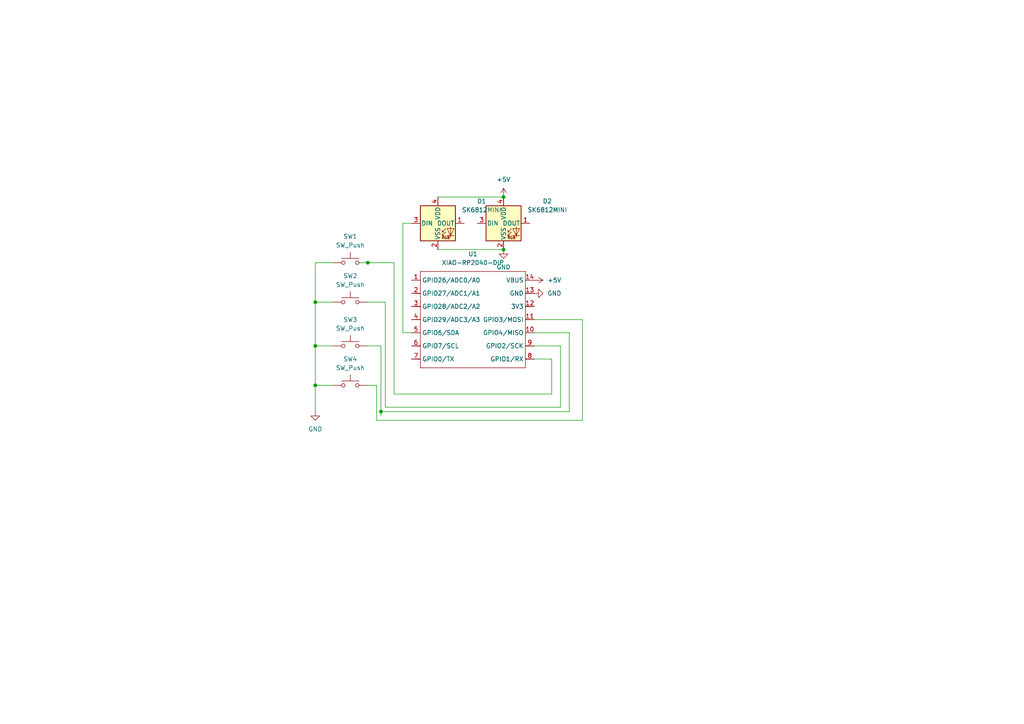
<source format=kicad_sch>
(kicad_sch
	(version 20250114)
	(generator "eeschema")
	(generator_version "9.0")
	(uuid "418f3575-e735-4ac3-ab61-7b1e4df43878")
	(paper "A4")
	(lib_symbols
		(symbol "LED:SK6812MINI"
			(pin_names
				(offset 0.254)
			)
			(exclude_from_sim no)
			(in_bom yes)
			(on_board yes)
			(property "Reference" "D"
				(at 5.08 5.715 0)
				(effects
					(font
						(size 1.27 1.27)
					)
					(justify right bottom)
				)
			)
			(property "Value" "SK6812MINI"
				(at 1.27 -5.715 0)
				(effects
					(font
						(size 1.27 1.27)
					)
					(justify left top)
				)
			)
			(property "Footprint" "LED_SMD:LED_SK6812MINI_PLCC4_3.5x3.5mm_P1.75mm"
				(at 1.27 -7.62 0)
				(effects
					(font
						(size 1.27 1.27)
					)
					(justify left top)
					(hide yes)
				)
			)
			(property "Datasheet" "https://cdn-shop.adafruit.com/product-files/2686/SK6812MINI_REV.01-1-2.pdf"
				(at 2.54 -9.525 0)
				(effects
					(font
						(size 1.27 1.27)
					)
					(justify left top)
					(hide yes)
				)
			)
			(property "Description" "RGB LED with integrated controller"
				(at 0 0 0)
				(effects
					(font
						(size 1.27 1.27)
					)
					(hide yes)
				)
			)
			(property "ki_keywords" "RGB LED NeoPixel Mini addressable"
				(at 0 0 0)
				(effects
					(font
						(size 1.27 1.27)
					)
					(hide yes)
				)
			)
			(property "ki_fp_filters" "LED*SK6812MINI*PLCC*3.5x3.5mm*P1.75mm*"
				(at 0 0 0)
				(effects
					(font
						(size 1.27 1.27)
					)
					(hide yes)
				)
			)
			(symbol "SK6812MINI_0_0"
				(text "RGB"
					(at 2.286 -4.191 0)
					(effects
						(font
							(size 0.762 0.762)
						)
					)
				)
			)
			(symbol "SK6812MINI_0_1"
				(polyline
					(pts
						(xy 1.27 -2.54) (xy 1.778 -2.54)
					)
					(stroke
						(width 0)
						(type default)
					)
					(fill
						(type none)
					)
				)
				(polyline
					(pts
						(xy 1.27 -3.556) (xy 1.778 -3.556)
					)
					(stroke
						(width 0)
						(type default)
					)
					(fill
						(type none)
					)
				)
				(polyline
					(pts
						(xy 2.286 -1.524) (xy 1.27 -2.54) (xy 1.27 -2.032)
					)
					(stroke
						(width 0)
						(type default)
					)
					(fill
						(type none)
					)
				)
				(polyline
					(pts
						(xy 2.286 -2.54) (xy 1.27 -3.556) (xy 1.27 -3.048)
					)
					(stroke
						(width 0)
						(type default)
					)
					(fill
						(type none)
					)
				)
				(polyline
					(pts
						(xy 3.683 -1.016) (xy 3.683 -3.556) (xy 3.683 -4.064)
					)
					(stroke
						(width 0)
						(type default)
					)
					(fill
						(type none)
					)
				)
				(polyline
					(pts
						(xy 4.699 -1.524) (xy 2.667 -1.524) (xy 3.683 -3.556) (xy 4.699 -1.524)
					)
					(stroke
						(width 0)
						(type default)
					)
					(fill
						(type none)
					)
				)
				(polyline
					(pts
						(xy 4.699 -3.556) (xy 2.667 -3.556)
					)
					(stroke
						(width 0)
						(type default)
					)
					(fill
						(type none)
					)
				)
				(rectangle
					(start 5.08 5.08)
					(end -5.08 -5.08)
					(stroke
						(width 0.254)
						(type default)
					)
					(fill
						(type background)
					)
				)
			)
			(symbol "SK6812MINI_1_1"
				(pin input line
					(at -7.62 0 0)
					(length 2.54)
					(name "DIN"
						(effects
							(font
								(size 1.27 1.27)
							)
						)
					)
					(number "3"
						(effects
							(font
								(size 1.27 1.27)
							)
						)
					)
				)
				(pin power_in line
					(at 0 7.62 270)
					(length 2.54)
					(name "VDD"
						(effects
							(font
								(size 1.27 1.27)
							)
						)
					)
					(number "4"
						(effects
							(font
								(size 1.27 1.27)
							)
						)
					)
				)
				(pin power_in line
					(at 0 -7.62 90)
					(length 2.54)
					(name "VSS"
						(effects
							(font
								(size 1.27 1.27)
							)
						)
					)
					(number "2"
						(effects
							(font
								(size 1.27 1.27)
							)
						)
					)
				)
				(pin output line
					(at 7.62 0 180)
					(length 2.54)
					(name "DOUT"
						(effects
							(font
								(size 1.27 1.27)
							)
						)
					)
					(number "1"
						(effects
							(font
								(size 1.27 1.27)
							)
						)
					)
				)
			)
			(embedded_fonts no)
		)
		(symbol "Seeed_Studio_XIAO_Series[1]:XIAO-RP2040-DIP"
			(exclude_from_sim no)
			(in_bom yes)
			(on_board yes)
			(property "Reference" "U"
				(at 0 0 0)
				(effects
					(font
						(size 1.27 1.27)
					)
				)
			)
			(property "Value" "XIAO-RP2040-DIP"
				(at 5.334 -1.778 0)
				(effects
					(font
						(size 1.27 1.27)
					)
				)
			)
			(property "Footprint" "Module:MOUDLE14P-XIAO-DIP-SMD"
				(at 14.478 -32.258 0)
				(effects
					(font
						(size 1.27 1.27)
					)
					(hide yes)
				)
			)
			(property "Datasheet" ""
				(at 0 0 0)
				(effects
					(font
						(size 1.27 1.27)
					)
					(hide yes)
				)
			)
			(property "Description" ""
				(at 0 0 0)
				(effects
					(font
						(size 1.27 1.27)
					)
					(hide yes)
				)
			)
			(symbol "XIAO-RP2040-DIP_1_0"
				(polyline
					(pts
						(xy -1.27 -2.54) (xy 29.21 -2.54)
					)
					(stroke
						(width 0.1524)
						(type solid)
					)
					(fill
						(type none)
					)
				)
				(polyline
					(pts
						(xy -1.27 -5.08) (xy -2.54 -5.08)
					)
					(stroke
						(width 0.1524)
						(type solid)
					)
					(fill
						(type none)
					)
				)
				(polyline
					(pts
						(xy -1.27 -5.08) (xy -1.27 -2.54)
					)
					(stroke
						(width 0.1524)
						(type solid)
					)
					(fill
						(type none)
					)
				)
				(polyline
					(pts
						(xy -1.27 -8.89) (xy -2.54 -8.89)
					)
					(stroke
						(width 0.1524)
						(type solid)
					)
					(fill
						(type none)
					)
				)
				(polyline
					(pts
						(xy -1.27 -8.89) (xy -1.27 -5.08)
					)
					(stroke
						(width 0.1524)
						(type solid)
					)
					(fill
						(type none)
					)
				)
				(polyline
					(pts
						(xy -1.27 -12.7) (xy -2.54 -12.7)
					)
					(stroke
						(width 0.1524)
						(type solid)
					)
					(fill
						(type none)
					)
				)
				(polyline
					(pts
						(xy -1.27 -12.7) (xy -1.27 -8.89)
					)
					(stroke
						(width 0.1524)
						(type solid)
					)
					(fill
						(type none)
					)
				)
				(polyline
					(pts
						(xy -1.27 -16.51) (xy -2.54 -16.51)
					)
					(stroke
						(width 0.1524)
						(type solid)
					)
					(fill
						(type none)
					)
				)
				(polyline
					(pts
						(xy -1.27 -16.51) (xy -1.27 -12.7)
					)
					(stroke
						(width 0.1524)
						(type solid)
					)
					(fill
						(type none)
					)
				)
				(polyline
					(pts
						(xy -1.27 -20.32) (xy -2.54 -20.32)
					)
					(stroke
						(width 0.1524)
						(type solid)
					)
					(fill
						(type none)
					)
				)
				(polyline
					(pts
						(xy -1.27 -24.13) (xy -2.54 -24.13)
					)
					(stroke
						(width 0.1524)
						(type solid)
					)
					(fill
						(type none)
					)
				)
				(polyline
					(pts
						(xy -1.27 -27.94) (xy -2.54 -27.94)
					)
					(stroke
						(width 0.1524)
						(type solid)
					)
					(fill
						(type none)
					)
				)
				(polyline
					(pts
						(xy -1.27 -30.48) (xy -1.27 -16.51)
					)
					(stroke
						(width 0.1524)
						(type solid)
					)
					(fill
						(type none)
					)
				)
				(polyline
					(pts
						(xy 29.21 -2.54) (xy 29.21 -5.08)
					)
					(stroke
						(width 0.1524)
						(type solid)
					)
					(fill
						(type none)
					)
				)
				(polyline
					(pts
						(xy 29.21 -5.08) (xy 29.21 -8.89)
					)
					(stroke
						(width 0.1524)
						(type solid)
					)
					(fill
						(type none)
					)
				)
				(polyline
					(pts
						(xy 29.21 -8.89) (xy 29.21 -12.7)
					)
					(stroke
						(width 0.1524)
						(type solid)
					)
					(fill
						(type none)
					)
				)
				(polyline
					(pts
						(xy 29.21 -12.7) (xy 29.21 -30.48)
					)
					(stroke
						(width 0.1524)
						(type solid)
					)
					(fill
						(type none)
					)
				)
				(polyline
					(pts
						(xy 29.21 -30.48) (xy -1.27 -30.48)
					)
					(stroke
						(width 0.1524)
						(type solid)
					)
					(fill
						(type none)
					)
				)
				(polyline
					(pts
						(xy 30.48 -5.08) (xy 29.21 -5.08)
					)
					(stroke
						(width 0.1524)
						(type solid)
					)
					(fill
						(type none)
					)
				)
				(polyline
					(pts
						(xy 30.48 -8.89) (xy 29.21 -8.89)
					)
					(stroke
						(width 0.1524)
						(type solid)
					)
					(fill
						(type none)
					)
				)
				(polyline
					(pts
						(xy 30.48 -12.7) (xy 29.21 -12.7)
					)
					(stroke
						(width 0.1524)
						(type solid)
					)
					(fill
						(type none)
					)
				)
				(polyline
					(pts
						(xy 30.48 -16.51) (xy 29.21 -16.51)
					)
					(stroke
						(width 0.1524)
						(type solid)
					)
					(fill
						(type none)
					)
				)
				(polyline
					(pts
						(xy 30.48 -20.32) (xy 29.21 -20.32)
					)
					(stroke
						(width 0.1524)
						(type solid)
					)
					(fill
						(type none)
					)
				)
				(polyline
					(pts
						(xy 30.48 -24.13) (xy 29.21 -24.13)
					)
					(stroke
						(width 0.1524)
						(type solid)
					)
					(fill
						(type none)
					)
				)
				(polyline
					(pts
						(xy 30.48 -27.94) (xy 29.21 -27.94)
					)
					(stroke
						(width 0.1524)
						(type solid)
					)
					(fill
						(type none)
					)
				)
				(pin passive line
					(at -3.81 -5.08 0)
					(length 2.54)
					(name "GPIO26/ADC0/A0"
						(effects
							(font
								(size 1.27 1.27)
							)
						)
					)
					(number "1"
						(effects
							(font
								(size 1.27 1.27)
							)
						)
					)
				)
				(pin passive line
					(at -3.81 -8.89 0)
					(length 2.54)
					(name "GPIO27/ADC1/A1"
						(effects
							(font
								(size 1.27 1.27)
							)
						)
					)
					(number "2"
						(effects
							(font
								(size 1.27 1.27)
							)
						)
					)
				)
				(pin passive line
					(at -3.81 -12.7 0)
					(length 2.54)
					(name "GPIO28/ADC2/A2"
						(effects
							(font
								(size 1.27 1.27)
							)
						)
					)
					(number "3"
						(effects
							(font
								(size 1.27 1.27)
							)
						)
					)
				)
				(pin passive line
					(at -3.81 -16.51 0)
					(length 2.54)
					(name "GPIO29/ADC3/A3"
						(effects
							(font
								(size 1.27 1.27)
							)
						)
					)
					(number "4"
						(effects
							(font
								(size 1.27 1.27)
							)
						)
					)
				)
				(pin passive line
					(at -3.81 -20.32 0)
					(length 2.54)
					(name "GPIO6/SDA"
						(effects
							(font
								(size 1.27 1.27)
							)
						)
					)
					(number "5"
						(effects
							(font
								(size 1.27 1.27)
							)
						)
					)
				)
				(pin passive line
					(at -3.81 -24.13 0)
					(length 2.54)
					(name "GPIO7/SCL"
						(effects
							(font
								(size 1.27 1.27)
							)
						)
					)
					(number "6"
						(effects
							(font
								(size 1.27 1.27)
							)
						)
					)
				)
				(pin passive line
					(at -3.81 -27.94 0)
					(length 2.54)
					(name "GPIO0/TX"
						(effects
							(font
								(size 1.27 1.27)
							)
						)
					)
					(number "7"
						(effects
							(font
								(size 1.27 1.27)
							)
						)
					)
				)
				(pin passive line
					(at 31.75 -5.08 180)
					(length 2.54)
					(name "VBUS"
						(effects
							(font
								(size 1.27 1.27)
							)
						)
					)
					(number "14"
						(effects
							(font
								(size 1.27 1.27)
							)
						)
					)
				)
				(pin passive line
					(at 31.75 -8.89 180)
					(length 2.54)
					(name "GND"
						(effects
							(font
								(size 1.27 1.27)
							)
						)
					)
					(number "13"
						(effects
							(font
								(size 1.27 1.27)
							)
						)
					)
				)
				(pin passive line
					(at 31.75 -12.7 180)
					(length 2.54)
					(name "3V3"
						(effects
							(font
								(size 1.27 1.27)
							)
						)
					)
					(number "12"
						(effects
							(font
								(size 1.27 1.27)
							)
						)
					)
				)
				(pin passive line
					(at 31.75 -16.51 180)
					(length 2.54)
					(name "GPIO3/MOSI"
						(effects
							(font
								(size 1.27 1.27)
							)
						)
					)
					(number "11"
						(effects
							(font
								(size 1.27 1.27)
							)
						)
					)
				)
				(pin passive line
					(at 31.75 -20.32 180)
					(length 2.54)
					(name "GPIO4/MISO"
						(effects
							(font
								(size 1.27 1.27)
							)
						)
					)
					(number "10"
						(effects
							(font
								(size 1.27 1.27)
							)
						)
					)
				)
				(pin passive line
					(at 31.75 -24.13 180)
					(length 2.54)
					(name "GPIO2/SCK"
						(effects
							(font
								(size 1.27 1.27)
							)
						)
					)
					(number "9"
						(effects
							(font
								(size 1.27 1.27)
							)
						)
					)
				)
				(pin passive line
					(at 31.75 -27.94 180)
					(length 2.54)
					(name "GPIO1/RX"
						(effects
							(font
								(size 1.27 1.27)
							)
						)
					)
					(number "8"
						(effects
							(font
								(size 1.27 1.27)
							)
						)
					)
				)
			)
			(embedded_fonts no)
		)
		(symbol "Switch:SW_Push"
			(pin_numbers
				(hide yes)
			)
			(pin_names
				(offset 1.016)
				(hide yes)
			)
			(exclude_from_sim no)
			(in_bom yes)
			(on_board yes)
			(property "Reference" "SW"
				(at 1.27 2.54 0)
				(effects
					(font
						(size 1.27 1.27)
					)
					(justify left)
				)
			)
			(property "Value" "SW_Push"
				(at 0 -1.524 0)
				(effects
					(font
						(size 1.27 1.27)
					)
				)
			)
			(property "Footprint" ""
				(at 0 5.08 0)
				(effects
					(font
						(size 1.27 1.27)
					)
					(hide yes)
				)
			)
			(property "Datasheet" "~"
				(at 0 5.08 0)
				(effects
					(font
						(size 1.27 1.27)
					)
					(hide yes)
				)
			)
			(property "Description" "Push button switch, generic, two pins"
				(at 0 0 0)
				(effects
					(font
						(size 1.27 1.27)
					)
					(hide yes)
				)
			)
			(property "ki_keywords" "switch normally-open pushbutton push-button"
				(at 0 0 0)
				(effects
					(font
						(size 1.27 1.27)
					)
					(hide yes)
				)
			)
			(symbol "SW_Push_0_1"
				(circle
					(center -2.032 0)
					(radius 0.508)
					(stroke
						(width 0)
						(type default)
					)
					(fill
						(type none)
					)
				)
				(polyline
					(pts
						(xy 0 1.27) (xy 0 3.048)
					)
					(stroke
						(width 0)
						(type default)
					)
					(fill
						(type none)
					)
				)
				(circle
					(center 2.032 0)
					(radius 0.508)
					(stroke
						(width 0)
						(type default)
					)
					(fill
						(type none)
					)
				)
				(polyline
					(pts
						(xy 2.54 1.27) (xy -2.54 1.27)
					)
					(stroke
						(width 0)
						(type default)
					)
					(fill
						(type none)
					)
				)
				(pin passive line
					(at -5.08 0 0)
					(length 2.54)
					(name "1"
						(effects
							(font
								(size 1.27 1.27)
							)
						)
					)
					(number "1"
						(effects
							(font
								(size 1.27 1.27)
							)
						)
					)
				)
				(pin passive line
					(at 5.08 0 180)
					(length 2.54)
					(name "2"
						(effects
							(font
								(size 1.27 1.27)
							)
						)
					)
					(number "2"
						(effects
							(font
								(size 1.27 1.27)
							)
						)
					)
				)
			)
			(embedded_fonts no)
		)
		(symbol "power:+5V"
			(power)
			(pin_numbers
				(hide yes)
			)
			(pin_names
				(offset 0)
				(hide yes)
			)
			(exclude_from_sim no)
			(in_bom yes)
			(on_board yes)
			(property "Reference" "#PWR"
				(at 0 -3.81 0)
				(effects
					(font
						(size 1.27 1.27)
					)
					(hide yes)
				)
			)
			(property "Value" "+5V"
				(at 0 3.556 0)
				(effects
					(font
						(size 1.27 1.27)
					)
				)
			)
			(property "Footprint" ""
				(at 0 0 0)
				(effects
					(font
						(size 1.27 1.27)
					)
					(hide yes)
				)
			)
			(property "Datasheet" ""
				(at 0 0 0)
				(effects
					(font
						(size 1.27 1.27)
					)
					(hide yes)
				)
			)
			(property "Description" "Power symbol creates a global label with name \"+5V\""
				(at 0 0 0)
				(effects
					(font
						(size 1.27 1.27)
					)
					(hide yes)
				)
			)
			(property "ki_keywords" "global power"
				(at 0 0 0)
				(effects
					(font
						(size 1.27 1.27)
					)
					(hide yes)
				)
			)
			(symbol "+5V_0_1"
				(polyline
					(pts
						(xy -0.762 1.27) (xy 0 2.54)
					)
					(stroke
						(width 0)
						(type default)
					)
					(fill
						(type none)
					)
				)
				(polyline
					(pts
						(xy 0 2.54) (xy 0.762 1.27)
					)
					(stroke
						(width 0)
						(type default)
					)
					(fill
						(type none)
					)
				)
				(polyline
					(pts
						(xy 0 0) (xy 0 2.54)
					)
					(stroke
						(width 0)
						(type default)
					)
					(fill
						(type none)
					)
				)
			)
			(symbol "+5V_1_1"
				(pin power_in line
					(at 0 0 90)
					(length 0)
					(name "~"
						(effects
							(font
								(size 1.27 1.27)
							)
						)
					)
					(number "1"
						(effects
							(font
								(size 1.27 1.27)
							)
						)
					)
				)
			)
			(embedded_fonts no)
		)
		(symbol "power:GND"
			(power)
			(pin_numbers
				(hide yes)
			)
			(pin_names
				(offset 0)
				(hide yes)
			)
			(exclude_from_sim no)
			(in_bom yes)
			(on_board yes)
			(property "Reference" "#PWR"
				(at 0 -6.35 0)
				(effects
					(font
						(size 1.27 1.27)
					)
					(hide yes)
				)
			)
			(property "Value" "GND"
				(at 0 -3.81 0)
				(effects
					(font
						(size 1.27 1.27)
					)
				)
			)
			(property "Footprint" ""
				(at 0 0 0)
				(effects
					(font
						(size 1.27 1.27)
					)
					(hide yes)
				)
			)
			(property "Datasheet" ""
				(at 0 0 0)
				(effects
					(font
						(size 1.27 1.27)
					)
					(hide yes)
				)
			)
			(property "Description" "Power symbol creates a global label with name \"GND\" , ground"
				(at 0 0 0)
				(effects
					(font
						(size 1.27 1.27)
					)
					(hide yes)
				)
			)
			(property "ki_keywords" "global power"
				(at 0 0 0)
				(effects
					(font
						(size 1.27 1.27)
					)
					(hide yes)
				)
			)
			(symbol "GND_0_1"
				(polyline
					(pts
						(xy 0 0) (xy 0 -1.27) (xy 1.27 -1.27) (xy 0 -2.54) (xy -1.27 -1.27) (xy 0 -1.27)
					)
					(stroke
						(width 0)
						(type default)
					)
					(fill
						(type none)
					)
				)
			)
			(symbol "GND_1_1"
				(pin power_in line
					(at 0 0 270)
					(length 0)
					(name "~"
						(effects
							(font
								(size 1.27 1.27)
							)
						)
					)
					(number "1"
						(effects
							(font
								(size 1.27 1.27)
							)
						)
					)
				)
			)
			(embedded_fonts no)
		)
	)
	(junction
		(at 91.44 111.76)
		(diameter 0)
		(color 0 0 0 0)
		(uuid "03ff7470-994e-44fc-88cb-1fca5f41673e")
	)
	(junction
		(at 146.05 57.15)
		(diameter 0)
		(color 0 0 0 0)
		(uuid "299cc3cc-1da5-41fd-904c-c98a0f009d7d")
	)
	(junction
		(at 110.49 119.38)
		(diameter 0)
		(color 0 0 0 0)
		(uuid "9582e5ce-ee8c-4188-a516-db2566cef120")
	)
	(junction
		(at 106.68 76.2)
		(diameter 0)
		(color 0 0 0 0)
		(uuid "9e0d52ca-c665-4003-8541-9bcb8ea668b3")
	)
	(junction
		(at 91.44 87.63)
		(diameter 0)
		(color 0 0 0 0)
		(uuid "ba2f32d7-3fab-4728-9307-a47ab18af412")
	)
	(junction
		(at 91.44 100.33)
		(diameter 0)
		(color 0 0 0 0)
		(uuid "e152ae05-de49-4d91-8ab8-3220cb73e3e2")
	)
	(junction
		(at 146.05 72.39)
		(diameter 0)
		(color 0 0 0 0)
		(uuid "e9d43b09-ef30-4b84-8669-8cbeb257775e")
	)
	(wire
		(pts
			(xy 116.84 64.77) (xy 119.38 64.77)
		)
		(stroke
			(width 0)
			(type default)
		)
		(uuid "015da131-b01a-4b9f-9d88-6ff9b5b3c47b")
	)
	(wire
		(pts
			(xy 162.56 118.11) (xy 162.56 100.33)
		)
		(stroke
			(width 0)
			(type default)
		)
		(uuid "0d17c0a6-5bbb-40a8-aae4-183ed382a7cd")
	)
	(wire
		(pts
			(xy 110.49 100.33) (xy 110.49 119.38)
		)
		(stroke
			(width 0)
			(type default)
		)
		(uuid "2142729d-187e-4bc3-9147-bb962345c8c8")
	)
	(wire
		(pts
			(xy 119.38 96.52) (xy 116.84 96.52)
		)
		(stroke
			(width 0)
			(type default)
		)
		(uuid "269b959b-4336-49c4-94b6-8940e24017df")
	)
	(wire
		(pts
			(xy 104.14 76.2) (xy 106.68 76.2)
		)
		(stroke
			(width 0)
			(type default)
		)
		(uuid "3a93e48d-6a4f-4df3-99ea-eb337ff40bf8")
	)
	(wire
		(pts
			(xy 91.44 76.2) (xy 91.44 87.63)
		)
		(stroke
			(width 0)
			(type default)
		)
		(uuid "4e63bd0f-8b1b-4349-80c1-6566e7338a5f")
	)
	(wire
		(pts
			(xy 127 57.15) (xy 146.05 57.15)
		)
		(stroke
			(width 0)
			(type default)
		)
		(uuid "50d1cf20-6933-4f88-9fc8-2d2ed19f36ee")
	)
	(wire
		(pts
			(xy 91.44 100.33) (xy 91.44 111.76)
		)
		(stroke
			(width 0)
			(type default)
		)
		(uuid "59305b7c-fe65-4708-8f0a-4ecea9e2f3ca")
	)
	(wire
		(pts
			(xy 91.44 111.76) (xy 96.52 111.76)
		)
		(stroke
			(width 0)
			(type default)
		)
		(uuid "6c80099d-0448-4f38-9502-e9a95601e0ff")
	)
	(wire
		(pts
			(xy 114.3 114.3) (xy 160.02 114.3)
		)
		(stroke
			(width 0)
			(type default)
		)
		(uuid "7b0a8233-a50b-4268-85f8-07813567149b")
	)
	(wire
		(pts
			(xy 91.44 111.76) (xy 91.44 119.38)
		)
		(stroke
			(width 0)
			(type default)
		)
		(uuid "7ea08439-09e6-4206-b3db-e232ad2f2844")
	)
	(wire
		(pts
			(xy 91.44 87.63) (xy 96.52 87.63)
		)
		(stroke
			(width 0)
			(type default)
		)
		(uuid "83b65b1f-2364-4bb6-a227-579a03e2e3e5")
	)
	(wire
		(pts
			(xy 111.76 87.63) (xy 111.76 118.11)
		)
		(stroke
			(width 0)
			(type default)
		)
		(uuid "8c0bbb52-86da-4955-b87b-8a4c355905d7")
	)
	(wire
		(pts
			(xy 165.1 96.52) (xy 154.94 96.52)
		)
		(stroke
			(width 0)
			(type default)
		)
		(uuid "8fd70d14-751a-40eb-83e6-69108b536f52")
	)
	(wire
		(pts
			(xy 109.22 111.76) (xy 109.22 121.92)
		)
		(stroke
			(width 0)
			(type default)
		)
		(uuid "928d7c2e-9946-4d3e-a4b3-ad9612aad5db")
	)
	(wire
		(pts
			(xy 106.68 76.2) (xy 114.3 76.2)
		)
		(stroke
			(width 0)
			(type default)
		)
		(uuid "93aeba81-5519-4c98-a3fb-4a540759bd0d")
	)
	(wire
		(pts
			(xy 96.52 76.2) (xy 91.44 76.2)
		)
		(stroke
			(width 0)
			(type default)
		)
		(uuid "980d9e68-08fb-478f-8589-8d1854334141")
	)
	(wire
		(pts
			(xy 109.22 121.92) (xy 168.91 121.92)
		)
		(stroke
			(width 0)
			(type default)
		)
		(uuid "9af19060-276f-45f4-b06f-51a13b6ded34")
	)
	(wire
		(pts
			(xy 111.76 118.11) (xy 162.56 118.11)
		)
		(stroke
			(width 0)
			(type default)
		)
		(uuid "af1510fb-7086-4ba1-b4d3-f2eefd9890b0")
	)
	(wire
		(pts
			(xy 127 72.39) (xy 146.05 72.39)
		)
		(stroke
			(width 0)
			(type default)
		)
		(uuid "b3890a72-a9e6-4e96-ba90-f665f7699898")
	)
	(wire
		(pts
			(xy 165.1 119.38) (xy 165.1 96.52)
		)
		(stroke
			(width 0)
			(type default)
		)
		(uuid "b85c852c-cb2f-45b9-8a20-40139ee63250")
	)
	(wire
		(pts
			(xy 154.94 104.14) (xy 160.02 104.14)
		)
		(stroke
			(width 0)
			(type default)
		)
		(uuid "bf6dc7c2-d8d9-4ce8-8f25-9b7c9397fee6")
	)
	(wire
		(pts
			(xy 168.91 121.92) (xy 168.91 92.71)
		)
		(stroke
			(width 0)
			(type default)
		)
		(uuid "ca599a90-2ba1-4a05-8d3e-76b63eed110e")
	)
	(wire
		(pts
			(xy 91.44 100.33) (xy 96.52 100.33)
		)
		(stroke
			(width 0)
			(type default)
		)
		(uuid "ca6299d1-01cd-4b9c-9ebf-124ed60e6454")
	)
	(wire
		(pts
			(xy 154.94 100.33) (xy 162.56 100.33)
		)
		(stroke
			(width 0)
			(type default)
		)
		(uuid "cc340aaf-3025-4250-9a70-64e15dadab2d")
	)
	(wire
		(pts
			(xy 106.68 100.33) (xy 110.49 100.33)
		)
		(stroke
			(width 0)
			(type default)
		)
		(uuid "d006207f-1640-4efd-b115-3a4ec0bb5713")
	)
	(wire
		(pts
			(xy 160.02 114.3) (xy 160.02 104.14)
		)
		(stroke
			(width 0)
			(type default)
		)
		(uuid "d9c062e0-5574-4194-a5cb-cd50f44afa2c")
	)
	(wire
		(pts
			(xy 114.3 76.2) (xy 114.3 114.3)
		)
		(stroke
			(width 0)
			(type default)
		)
		(uuid "eca4363c-c333-4b1e-b326-8054cfc26312")
	)
	(wire
		(pts
			(xy 110.49 119.38) (xy 110.49 120.65)
		)
		(stroke
			(width 0)
			(type default)
		)
		(uuid "ef35283f-619e-42b5-b9b5-ba9f69a61592")
	)
	(wire
		(pts
			(xy 116.84 96.52) (xy 116.84 64.77)
		)
		(stroke
			(width 0)
			(type default)
		)
		(uuid "f20a2197-6fc9-4621-b18a-cccae04b74a2")
	)
	(wire
		(pts
			(xy 91.44 87.63) (xy 91.44 100.33)
		)
		(stroke
			(width 0)
			(type default)
		)
		(uuid "f249eebe-0230-4425-b459-da980b2aaf97")
	)
	(wire
		(pts
			(xy 110.49 119.38) (xy 165.1 119.38)
		)
		(stroke
			(width 0)
			(type default)
		)
		(uuid "f55683c6-1879-4100-97f5-14f664f03c42")
	)
	(wire
		(pts
			(xy 106.68 87.63) (xy 111.76 87.63)
		)
		(stroke
			(width 0)
			(type default)
		)
		(uuid "f74c9579-538c-42a5-a96a-4c0bfc8643b2")
	)
	(wire
		(pts
			(xy 106.68 111.76) (xy 109.22 111.76)
		)
		(stroke
			(width 0)
			(type default)
		)
		(uuid "f8ba56db-ec1f-4c4c-9d6e-130b494c783f")
	)
	(wire
		(pts
			(xy 154.94 92.71) (xy 168.91 92.71)
		)
		(stroke
			(width 0)
			(type default)
		)
		(uuid "ffa89c7c-5e50-4965-9ec0-2117fc3985cb")
	)
	(symbol
		(lib_id "Switch:SW_Push")
		(at 101.6 100.33 0)
		(unit 1)
		(exclude_from_sim no)
		(in_bom yes)
		(on_board yes)
		(dnp no)
		(fields_autoplaced yes)
		(uuid "09a9f53b-c53a-4f4e-a8fc-4ee475e9d878")
		(property "Reference" "SW3"
			(at 101.6 92.71 0)
			(effects
				(font
					(size 1.27 1.27)
				)
			)
		)
		(property "Value" "SW_Push"
			(at 101.6 95.25 0)
			(effects
				(font
					(size 1.27 1.27)
				)
			)
		)
		(property "Footprint" "Button_Switch_Keyboard:SW_Cherry_MX_1.00u_PCB"
			(at 101.6 95.25 0)
			(effects
				(font
					(size 1.27 1.27)
				)
				(hide yes)
			)
		)
		(property "Datasheet" "~"
			(at 101.6 95.25 0)
			(effects
				(font
					(size 1.27 1.27)
				)
				(hide yes)
			)
		)
		(property "Description" "Push button switch, generic, two pins"
			(at 101.6 100.33 0)
			(effects
				(font
					(size 1.27 1.27)
				)
				(hide yes)
			)
		)
		(pin "1"
			(uuid "eec670aa-6cb2-440e-b877-3ba7222616a4")
		)
		(pin "2"
			(uuid "b3a60632-e67f-4612-827f-45b3f2602b56")
		)
		(instances
			(project ""
				(path "/418f3575-e735-4ac3-ab61-7b1e4df43878"
					(reference "SW3")
					(unit 1)
				)
			)
		)
	)
	(symbol
		(lib_id "Switch:SW_Push")
		(at 101.6 87.63 0)
		(unit 1)
		(exclude_from_sim no)
		(in_bom yes)
		(on_board yes)
		(dnp no)
		(fields_autoplaced yes)
		(uuid "21c5c2d5-3763-489a-b1b0-2b93c5d3fc40")
		(property "Reference" "SW2"
			(at 101.6 80.01 0)
			(effects
				(font
					(size 1.27 1.27)
				)
			)
		)
		(property "Value" "SW_Push"
			(at 101.6 82.55 0)
			(effects
				(font
					(size 1.27 1.27)
				)
			)
		)
		(property "Footprint" "Button_Switch_Keyboard:SW_Cherry_MX_1.00u_PCB"
			(at 101.6 82.55 0)
			(effects
				(font
					(size 1.27 1.27)
				)
				(hide yes)
			)
		)
		(property "Datasheet" "~"
			(at 101.6 82.55 0)
			(effects
				(font
					(size 1.27 1.27)
				)
				(hide yes)
			)
		)
		(property "Description" "Push button switch, generic, two pins"
			(at 101.6 87.63 0)
			(effects
				(font
					(size 1.27 1.27)
				)
				(hide yes)
			)
		)
		(pin "2"
			(uuid "bb8b4690-8569-4678-a985-450b5968d5a0")
		)
		(pin "1"
			(uuid "0af4c7c9-ea1d-4973-a64d-c94bd49ddc8a")
		)
		(instances
			(project ""
				(path "/418f3575-e735-4ac3-ab61-7b1e4df43878"
					(reference "SW2")
					(unit 1)
				)
			)
		)
	)
	(symbol
		(lib_id "LED:SK6812MINI")
		(at 127 64.77 0)
		(unit 1)
		(exclude_from_sim no)
		(in_bom yes)
		(on_board yes)
		(dnp no)
		(fields_autoplaced yes)
		(uuid "35c5af8a-a2ad-4680-9e43-51f39bd20866")
		(property "Reference" "D1"
			(at 139.7 58.3498 0)
			(effects
				(font
					(size 1.27 1.27)
				)
			)
		)
		(property "Value" "SK6812MINI"
			(at 139.7 60.8898 0)
			(effects
				(font
					(size 1.27 1.27)
				)
			)
		)
		(property "Footprint" "LED_SMD:LED_SK6812MINI_PLCC4_3.5x3.5mm_P1.75mm"
			(at 128.27 72.39 0)
			(effects
				(font
					(size 1.27 1.27)
				)
				(justify left top)
				(hide yes)
			)
		)
		(property "Datasheet" "https://cdn-shop.adafruit.com/product-files/2686/SK6812MINI_REV.01-1-2.pdf"
			(at 129.54 74.295 0)
			(effects
				(font
					(size 1.27 1.27)
				)
				(justify left top)
				(hide yes)
			)
		)
		(property "Description" "RGB LED with integrated controller"
			(at 127 64.77 0)
			(effects
				(font
					(size 1.27 1.27)
				)
				(hide yes)
			)
		)
		(pin "3"
			(uuid "a287fc75-8401-4fae-bea0-a10c1235a282")
		)
		(pin "4"
			(uuid "73ab2b94-5196-4b42-bc47-9b3eeeeee4aa")
		)
		(pin "2"
			(uuid "ff135ea7-e671-4c68-819f-602f6deac7c0")
		)
		(pin "1"
			(uuid "133d390d-a76c-402c-9e96-50427a867fbd")
		)
		(instances
			(project ""
				(path "/418f3575-e735-4ac3-ab61-7b1e4df43878"
					(reference "D1")
					(unit 1)
				)
			)
		)
	)
	(symbol
		(lib_id "LED:SK6812MINI")
		(at 146.05 64.77 0)
		(unit 1)
		(exclude_from_sim no)
		(in_bom yes)
		(on_board yes)
		(dnp no)
		(fields_autoplaced yes)
		(uuid "3b9cfff4-02e4-46cc-a2eb-beeb65ea3d88")
		(property "Reference" "D2"
			(at 158.75 58.3498 0)
			(effects
				(font
					(size 1.27 1.27)
				)
			)
		)
		(property "Value" "SK6812MINI"
			(at 158.75 60.8898 0)
			(effects
				(font
					(size 1.27 1.27)
				)
			)
		)
		(property "Footprint" "LED_SMD:LED_SK6812MINI_PLCC4_3.5x3.5mm_P1.75mm"
			(at 147.32 72.39 0)
			(effects
				(font
					(size 1.27 1.27)
				)
				(justify left top)
				(hide yes)
			)
		)
		(property "Datasheet" "https://cdn-shop.adafruit.com/product-files/2686/SK6812MINI_REV.01-1-2.pdf"
			(at 148.59 74.295 0)
			(effects
				(font
					(size 1.27 1.27)
				)
				(justify left top)
				(hide yes)
			)
		)
		(property "Description" "RGB LED with integrated controller"
			(at 146.05 64.77 0)
			(effects
				(font
					(size 1.27 1.27)
				)
				(hide yes)
			)
		)
		(pin "1"
			(uuid "2e762e4e-f213-42f5-a5f1-21473f4464b6")
		)
		(pin "2"
			(uuid "ae43f393-2e1d-4840-af2f-c5d0ea7e4cfc")
		)
		(pin "3"
			(uuid "f9be6584-8372-4be3-94af-d6263d83ee33")
		)
		(pin "4"
			(uuid "e069d7e4-0fa4-41c0-952d-5f506ad53b33")
		)
		(instances
			(project ""
				(path "/418f3575-e735-4ac3-ab61-7b1e4df43878"
					(reference "D2")
					(unit 1)
				)
			)
		)
	)
	(symbol
		(lib_id "Switch:SW_Push")
		(at 101.6 111.76 0)
		(unit 1)
		(exclude_from_sim no)
		(in_bom yes)
		(on_board yes)
		(dnp no)
		(fields_autoplaced yes)
		(uuid "6a5d47a4-423a-4fe0-ae8e-ab1f29953477")
		(property "Reference" "SW4"
			(at 101.6 104.14 0)
			(effects
				(font
					(size 1.27 1.27)
				)
			)
		)
		(property "Value" "SW_Push"
			(at 101.6 106.68 0)
			(effects
				(font
					(size 1.27 1.27)
				)
			)
		)
		(property "Footprint" "Button_Switch_Keyboard:SW_Cherry_MX_1.00u_PCB"
			(at 101.6 106.68 0)
			(effects
				(font
					(size 1.27 1.27)
				)
				(hide yes)
			)
		)
		(property "Datasheet" "~"
			(at 101.6 106.68 0)
			(effects
				(font
					(size 1.27 1.27)
				)
				(hide yes)
			)
		)
		(property "Description" "Push button switch, generic, two pins"
			(at 101.6 111.76 0)
			(effects
				(font
					(size 1.27 1.27)
				)
				(hide yes)
			)
		)
		(pin "1"
			(uuid "3410b9ea-a912-495b-a8ef-4dc22f5f1378")
		)
		(pin "2"
			(uuid "97f77e32-2e0b-47c9-a3b4-c0bbf60f123b")
		)
		(instances
			(project ""
				(path "/418f3575-e735-4ac3-ab61-7b1e4df43878"
					(reference "SW4")
					(unit 1)
				)
			)
		)
	)
	(symbol
		(lib_id "power:+5V")
		(at 154.94 81.28 270)
		(unit 1)
		(exclude_from_sim no)
		(in_bom yes)
		(on_board yes)
		(dnp no)
		(fields_autoplaced yes)
		(uuid "d8802122-9695-44b1-8d38-489e1a762900")
		(property "Reference" "#PWR01"
			(at 151.13 81.28 0)
			(effects
				(font
					(size 1.27 1.27)
				)
				(hide yes)
			)
		)
		(property "Value" "+5V"
			(at 158.75 81.2799 90)
			(effects
				(font
					(size 1.27 1.27)
				)
				(justify left)
			)
		)
		(property "Footprint" ""
			(at 154.94 81.28 0)
			(effects
				(font
					(size 1.27 1.27)
				)
				(hide yes)
			)
		)
		(property "Datasheet" ""
			(at 154.94 81.28 0)
			(effects
				(font
					(size 1.27 1.27)
				)
				(hide yes)
			)
		)
		(property "Description" "Power symbol creates a global label with name \"+5V\""
			(at 154.94 81.28 0)
			(effects
				(font
					(size 1.27 1.27)
				)
				(hide yes)
			)
		)
		(pin "1"
			(uuid "f7fb4725-bf0a-4752-ba54-f19eb0851e7b")
		)
		(instances
			(project ""
				(path "/418f3575-e735-4ac3-ab61-7b1e4df43878"
					(reference "#PWR01")
					(unit 1)
				)
			)
		)
	)
	(symbol
		(lib_id "Switch:SW_Push")
		(at 101.6 76.2 0)
		(unit 1)
		(exclude_from_sim no)
		(in_bom yes)
		(on_board yes)
		(dnp no)
		(fields_autoplaced yes)
		(uuid "db68be98-1ad8-4676-bfbe-4425aa9bf048")
		(property "Reference" "SW1"
			(at 101.6 68.58 0)
			(effects
				(font
					(size 1.27 1.27)
				)
			)
		)
		(property "Value" "SW_Push"
			(at 101.6 71.12 0)
			(effects
				(font
					(size 1.27 1.27)
				)
			)
		)
		(property "Footprint" "Button_Switch_Keyboard:SW_Cherry_MX_1.00u_PCB"
			(at 101.6 71.12 0)
			(effects
				(font
					(size 1.27 1.27)
				)
				(hide yes)
			)
		)
		(property "Datasheet" "~"
			(at 101.6 71.12 0)
			(effects
				(font
					(size 1.27 1.27)
				)
				(hide yes)
			)
		)
		(property "Description" "Push button switch, generic, two pins"
			(at 101.6 76.2 0)
			(effects
				(font
					(size 1.27 1.27)
				)
				(hide yes)
			)
		)
		(pin "1"
			(uuid "d4764284-8254-412c-af65-944aecdb5a25")
		)
		(pin "2"
			(uuid "3c6ab457-08d7-442e-b3c0-4bb2aae35657")
		)
		(instances
			(project ""
				(path "/418f3575-e735-4ac3-ab61-7b1e4df43878"
					(reference "SW1")
					(unit 1)
				)
			)
		)
	)
	(symbol
		(lib_id "power:GND")
		(at 91.44 119.38 0)
		(unit 1)
		(exclude_from_sim no)
		(in_bom yes)
		(on_board yes)
		(dnp no)
		(fields_autoplaced yes)
		(uuid "ec68e85a-4b2d-441e-8c98-ff6d699fdf34")
		(property "Reference" "#PWR05"
			(at 91.44 125.73 0)
			(effects
				(font
					(size 1.27 1.27)
				)
				(hide yes)
			)
		)
		(property "Value" "GND"
			(at 91.44 124.46 0)
			(effects
				(font
					(size 1.27 1.27)
				)
			)
		)
		(property "Footprint" ""
			(at 91.44 119.38 0)
			(effects
				(font
					(size 1.27 1.27)
				)
				(hide yes)
			)
		)
		(property "Datasheet" ""
			(at 91.44 119.38 0)
			(effects
				(font
					(size 1.27 1.27)
				)
				(hide yes)
			)
		)
		(property "Description" "Power symbol creates a global label with name \"GND\" , ground"
			(at 91.44 119.38 0)
			(effects
				(font
					(size 1.27 1.27)
				)
				(hide yes)
			)
		)
		(pin "1"
			(uuid "9657e97e-43ea-4e76-bc0e-99cf2614368e")
		)
		(instances
			(project ""
				(path "/418f3575-e735-4ac3-ab61-7b1e4df43878"
					(reference "#PWR05")
					(unit 1)
				)
			)
		)
	)
	(symbol
		(lib_id "power:GND")
		(at 154.94 85.09 90)
		(unit 1)
		(exclude_from_sim no)
		(in_bom yes)
		(on_board yes)
		(dnp no)
		(fields_autoplaced yes)
		(uuid "ee733152-d5aa-41ce-818a-52ec6c43f640")
		(property "Reference" "#PWR03"
			(at 161.29 85.09 0)
			(effects
				(font
					(size 1.27 1.27)
				)
				(hide yes)
			)
		)
		(property "Value" "GND"
			(at 158.75 85.0899 90)
			(effects
				(font
					(size 1.27 1.27)
				)
				(justify right)
			)
		)
		(property "Footprint" ""
			(at 154.94 85.09 0)
			(effects
				(font
					(size 1.27 1.27)
				)
				(hide yes)
			)
		)
		(property "Datasheet" ""
			(at 154.94 85.09 0)
			(effects
				(font
					(size 1.27 1.27)
				)
				(hide yes)
			)
		)
		(property "Description" "Power symbol creates a global label with name \"GND\" , ground"
			(at 154.94 85.09 0)
			(effects
				(font
					(size 1.27 1.27)
				)
				(hide yes)
			)
		)
		(pin "1"
			(uuid "f4f379cf-511e-4ab2-9ffe-4dfb7baa50d8")
		)
		(instances
			(project ""
				(path "/418f3575-e735-4ac3-ab61-7b1e4df43878"
					(reference "#PWR03")
					(unit 1)
				)
			)
		)
	)
	(symbol
		(lib_id "power:GND")
		(at 146.05 72.39 0)
		(unit 1)
		(exclude_from_sim no)
		(in_bom yes)
		(on_board yes)
		(dnp no)
		(fields_autoplaced yes)
		(uuid "efb5587f-d8f8-4816-bc6b-2e21048db520")
		(property "Reference" "#PWR04"
			(at 146.05 78.74 0)
			(effects
				(font
					(size 1.27 1.27)
				)
				(hide yes)
			)
		)
		(property "Value" "GND"
			(at 146.05 77.47 0)
			(effects
				(font
					(size 1.27 1.27)
				)
			)
		)
		(property "Footprint" ""
			(at 146.05 72.39 0)
			(effects
				(font
					(size 1.27 1.27)
				)
				(hide yes)
			)
		)
		(property "Datasheet" ""
			(at 146.05 72.39 0)
			(effects
				(font
					(size 1.27 1.27)
				)
				(hide yes)
			)
		)
		(property "Description" "Power symbol creates a global label with name \"GND\" , ground"
			(at 146.05 72.39 0)
			(effects
				(font
					(size 1.27 1.27)
				)
				(hide yes)
			)
		)
		(pin "1"
			(uuid "bbec612d-2a21-494f-83eb-813450ab5eb0")
		)
		(instances
			(project ""
				(path "/418f3575-e735-4ac3-ab61-7b1e4df43878"
					(reference "#PWR04")
					(unit 1)
				)
			)
		)
	)
	(symbol
		(lib_id "power:+5V")
		(at 146.05 57.15 0)
		(unit 1)
		(exclude_from_sim no)
		(in_bom yes)
		(on_board yes)
		(dnp no)
		(fields_autoplaced yes)
		(uuid "fa5405ec-70d7-4443-893c-1a14a152dc62")
		(property "Reference" "#PWR06"
			(at 146.05 60.96 0)
			(effects
				(font
					(size 1.27 1.27)
				)
				(hide yes)
			)
		)
		(property "Value" "+5V"
			(at 146.05 52.07 0)
			(effects
				(font
					(size 1.27 1.27)
				)
			)
		)
		(property "Footprint" ""
			(at 146.05 57.15 0)
			(effects
				(font
					(size 1.27 1.27)
				)
				(hide yes)
			)
		)
		(property "Datasheet" ""
			(at 146.05 57.15 0)
			(effects
				(font
					(size 1.27 1.27)
				)
				(hide yes)
			)
		)
		(property "Description" "Power symbol creates a global label with name \"+5V\""
			(at 146.05 57.15 0)
			(effects
				(font
					(size 1.27 1.27)
				)
				(hide yes)
			)
		)
		(pin "1"
			(uuid "0eb827fb-7f42-47a1-9187-e130b81486e9")
		)
		(instances
			(project ""
				(path "/418f3575-e735-4ac3-ab61-7b1e4df43878"
					(reference "#PWR06")
					(unit 1)
				)
			)
		)
	)
	(symbol
		(lib_id "Seeed_Studio_XIAO_Series[1]:XIAO-RP2040-DIP")
		(at 123.19 76.2 0)
		(unit 1)
		(exclude_from_sim no)
		(in_bom yes)
		(on_board yes)
		(dnp no)
		(fields_autoplaced yes)
		(uuid "fd7463d1-ef33-4478-b29f-58ee8d9e466e")
		(property "Reference" "U1"
			(at 137.16 73.66 0)
			(effects
				(font
					(size 1.27 1.27)
				)
			)
		)
		(property "Value" "XIAO-RP2040-DIP"
			(at 137.16 76.2 0)
			(effects
				(font
					(size 1.27 1.27)
				)
			)
		)
		(property "Footprint" "opllib:XIAO-RP2040-DIP"
			(at 137.668 108.458 0)
			(effects
				(font
					(size 1.27 1.27)
				)
				(hide yes)
			)
		)
		(property "Datasheet" ""
			(at 123.19 76.2 0)
			(effects
				(font
					(size 1.27 1.27)
				)
				(hide yes)
			)
		)
		(property "Description" ""
			(at 123.19 76.2 0)
			(effects
				(font
					(size 1.27 1.27)
				)
				(hide yes)
			)
		)
		(pin "5"
			(uuid "bfb029a3-2b4e-4300-9149-32a941897b47")
		)
		(pin "14"
			(uuid "f920d198-14c0-4502-ba20-a56f6864492a")
		)
		(pin "2"
			(uuid "e9a08484-9873-4bc1-9b3c-51f73e655c12")
		)
		(pin "1"
			(uuid "8eaca055-5cb6-48d9-92f8-1d9b8ae808c3")
		)
		(pin "3"
			(uuid "5453b8fb-6a2e-4401-9cd9-2d560f6c126d")
		)
		(pin "4"
			(uuid "939eb41d-9626-43c2-b7ce-534ccfc8eda5")
		)
		(pin "6"
			(uuid "3380710f-33c2-4c27-8bef-885816539d7d")
		)
		(pin "7"
			(uuid "687d2dd3-4215-4929-a54b-c3438ef9d3d9")
		)
		(pin "9"
			(uuid "0a2c024f-668a-4349-9e65-b43ba32be298")
		)
		(pin "8"
			(uuid "982c005d-a1e0-48f2-9049-57a1935d8452")
		)
		(pin "11"
			(uuid "df4ccc44-2b6a-4c4f-af96-dd923372c61d")
		)
		(pin "10"
			(uuid "dde3cd53-3fce-4c86-a694-14cd6f27ed3d")
		)
		(pin "12"
			(uuid "588a26e5-6f8e-443b-aead-623db1599f4f")
		)
		(pin "13"
			(uuid "5c1729ca-ad27-45d8-a5f6-fb1a0c7f8ce0")
		)
		(instances
			(project ""
				(path "/418f3575-e735-4ac3-ab61-7b1e4df43878"
					(reference "U1")
					(unit 1)
				)
			)
		)
	)
	(sheet_instances
		(path "/"
			(page "1")
		)
	)
	(embedded_fonts no)
)

</source>
